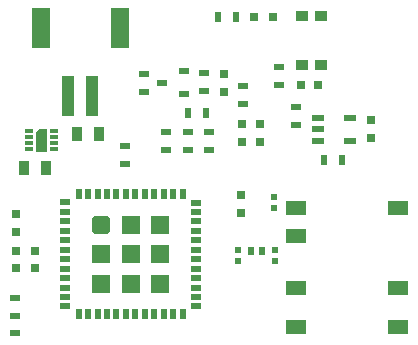
<source format=gtp>
G04*
G04 #@! TF.GenerationSoftware,Altium Limited,Altium Designer,19.0.15 (446)*
G04*
G04 Layer_Color=8421504*
%FSAX25Y25*%
%MOIN*%
G70*
G01*
G75*
%ADD18R,0.03780X0.01968*%
%ADD19R,0.03740X0.01929*%
%ADD20R,0.03740X0.01929*%
%ADD21R,0.01929X0.03740*%
%ADD22R,0.03543X0.02362*%
%ADD23R,0.03150X0.03150*%
%ADD24R,0.02362X0.03543*%
%ADD25R,0.03150X0.03150*%
%ADD26R,0.03937X0.03543*%
%ADD27R,0.02441X0.02244*%
%ADD28R,0.05906X0.13386*%
%ADD29R,0.03937X0.13780*%
%ADD30R,0.05906X0.05906*%
G04:AMPARAMS|DCode=31|XSize=59.06mil|YSize=59.06mil|CornerRadius=5.91mil|HoleSize=0mil|Usage=FLASHONLY|Rotation=0.000|XOffset=0mil|YOffset=0mil|HoleType=Round|Shape=RoundedRectangle|*
%AMROUNDEDRECTD31*
21,1,0.05906,0.04724,0,0,0.0*
21,1,0.04724,0.05906,0,0,0.0*
1,1,0.01181,0.02362,-0.02362*
1,1,0.01181,-0.02362,-0.02362*
1,1,0.01181,-0.02362,0.02362*
1,1,0.01181,0.02362,0.02362*
%
%ADD31ROUNDEDRECTD31*%
%ADD32R,0.07087X0.05118*%
%ADD33R,0.02362X0.02520*%
%ADD34R,0.03937X0.02362*%
%ADD35R,0.03740X0.01890*%
%ADD36R,0.02756X0.01181*%
%ADD37R,0.01968X0.01968*%
%ADD38R,0.03543X0.05118*%
G36*
X0755025Y3293499D02*
X0755316Y3293498D01*
X0755315Y3285822D01*
X0755019Y3285822D01*
X0751576Y3285822D01*
X0751576Y3292514D01*
X0752559Y3293500D01*
X0755025Y3293499D01*
D02*
G37*
D18*
X0761438Y3268893D02*
D03*
X0804981Y3268854D02*
D03*
Y3265704D02*
D03*
Y3262555D02*
D03*
Y3259405D02*
D03*
Y3256255D02*
D03*
Y3253106D02*
D03*
Y3249956D02*
D03*
Y3246806D02*
D03*
Y3243657D02*
D03*
Y3240507D02*
D03*
Y3237357D02*
D03*
Y3234208D02*
D03*
D19*
X0761418Y3265763D02*
D03*
Y3262574D02*
D03*
Y3256275D02*
D03*
Y3253125D02*
D03*
Y3249976D02*
D03*
Y3246826D02*
D03*
Y3243676D02*
D03*
Y3240527D02*
D03*
Y3237377D02*
D03*
Y3234228D02*
D03*
D20*
X0761418Y3259425D02*
D03*
D21*
X0765867Y3231550D02*
D03*
X0769017D02*
D03*
X0772205D02*
D03*
X0775355D02*
D03*
X0778465D02*
D03*
X0781615D02*
D03*
X0784764D02*
D03*
X0787914D02*
D03*
X0791064D02*
D03*
X0794213D02*
D03*
X0797402D02*
D03*
X0800709D02*
D03*
X0765867Y3271550D02*
D03*
X0769056Y3271590D02*
D03*
X0772205D02*
D03*
X0775355Y3271590D02*
D03*
X0778505Y3271590D02*
D03*
X0781615Y3271590D02*
D03*
X0784764Y3271590D02*
D03*
X0787914D02*
D03*
X0791064Y3271590D02*
D03*
X0794213Y3271590D02*
D03*
X0797363D02*
D03*
X0800552D02*
D03*
D22*
X0809351Y3292220D02*
D03*
Y3286314D02*
D03*
X0820769Y3307636D02*
D03*
Y3301730D02*
D03*
X0795178Y3292220D02*
D03*
Y3286314D02*
D03*
X0807776Y3311905D02*
D03*
Y3305999D02*
D03*
X0802461Y3292220D02*
D03*
Y3286314D02*
D03*
X0787698Y3311708D02*
D03*
Y3305803D02*
D03*
X0832776Y3313873D02*
D03*
Y3307968D02*
D03*
X0781202Y3287631D02*
D03*
Y3281725D02*
D03*
X0838288Y3300684D02*
D03*
Y3294779D02*
D03*
X0744784Y3231196D02*
D03*
Y3237102D02*
D03*
Y3225291D02*
D03*
D23*
X0820470Y3295173D02*
D03*
X0826376D02*
D03*
X0820375Y3289070D02*
D03*
X0826280D02*
D03*
X0839863Y3308165D02*
D03*
X0845769D02*
D03*
X0830611Y3330803D02*
D03*
X0824312D02*
D03*
D24*
X0802461Y3298716D02*
D03*
X0808367D02*
D03*
X0818209Y3330803D02*
D03*
X0812304D02*
D03*
X0853642Y3283165D02*
D03*
X0847737D02*
D03*
D25*
X0814272Y3311708D02*
D03*
Y3305803D02*
D03*
X0820178Y3265448D02*
D03*
Y3271354D02*
D03*
X0745178Y3252850D02*
D03*
Y3246944D02*
D03*
X0751477Y3252850D02*
D03*
Y3246944D02*
D03*
X0863288Y3290448D02*
D03*
Y3296354D02*
D03*
X0745178Y3259149D02*
D03*
Y3265054D02*
D03*
D26*
X0840257Y3330999D02*
D03*
Y3314857D02*
D03*
X0846556D02*
D03*
Y3330999D02*
D03*
D27*
X0831201Y3249228D02*
D03*
Y3252929D02*
D03*
X0818997Y3249228D02*
D03*
Y3252929D02*
D03*
X0831005Y3270645D02*
D03*
Y3266944D02*
D03*
D28*
X0753249Y3327062D02*
D03*
X0779627D02*
D03*
D29*
X0762501Y3304425D02*
D03*
X0770375D02*
D03*
D30*
X0793060Y3241708D02*
D03*
X0783217D02*
D03*
X0773276D02*
D03*
X0793060Y3251550D02*
D03*
X0783217D02*
D03*
X0773375D02*
D03*
X0793060Y3261393D02*
D03*
X0783217Y3261393D02*
D03*
D31*
X0773375Y3261393D02*
D03*
D32*
X0838485Y3267023D02*
D03*
Y3257574D02*
D03*
Y3240251D02*
D03*
Y3227259D02*
D03*
X0872343Y3267023D02*
D03*
Y3227259D02*
D03*
Y3240251D02*
D03*
D33*
X0823406Y3252850D02*
D03*
X0827186D02*
D03*
D34*
X0856497Y3296944D02*
D03*
Y3289464D02*
D03*
X0845670D02*
D03*
Y3293204D02*
D03*
Y3296944D02*
D03*
D35*
X0801162Y3304936D02*
D03*
Y3312574D02*
D03*
X0793524Y3308755D02*
D03*
D36*
X0749312Y3292613D02*
D03*
Y3290645D02*
D03*
Y3288676D02*
D03*
Y3286708D02*
D03*
X0757580D02*
D03*
Y3288676D02*
D03*
Y3290645D02*
D03*
Y3292613D02*
D03*
D37*
X0753446Y3289661D02*
D03*
D38*
X0772737Y3291629D02*
D03*
X0765257D02*
D03*
X0755020Y3280212D02*
D03*
X0747540D02*
D03*
M02*

</source>
